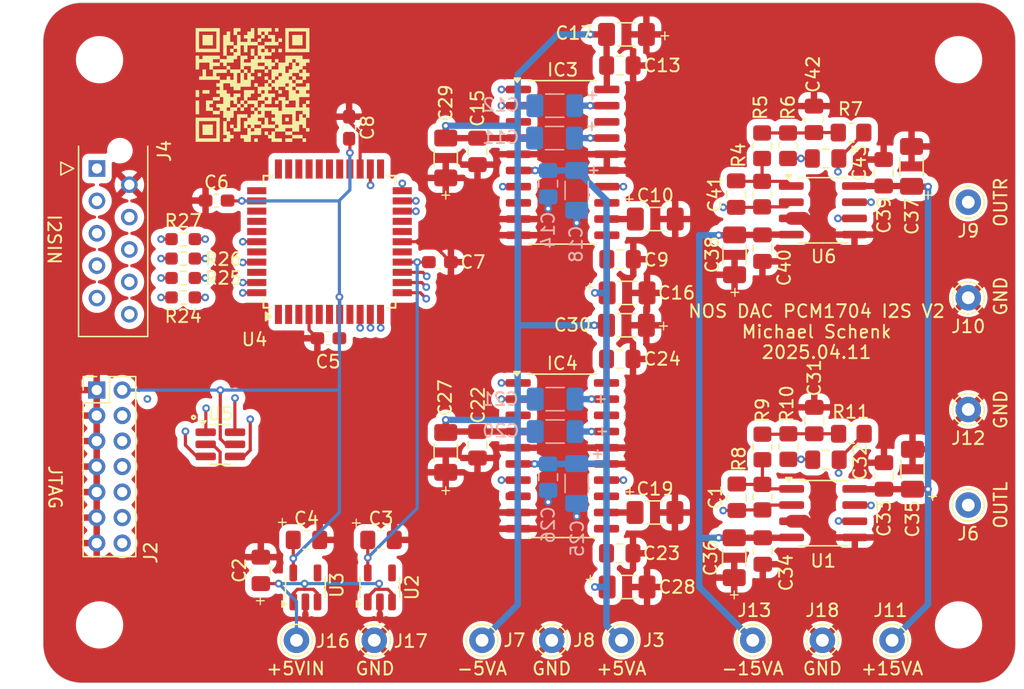
<source format=kicad_pcb>
(kicad_pcb (version 20241229) (generator "pcbnew") (generator_version "9.0")
  (layers (0 "F.Cu" mixed) (4 "In1.Cu" signal) (6 "In2.Cu" signal) (2 "B.Cu" mixed) (13 "F.Paste" user) (15 "B.Paste" user) (5 "F.SilkS" user "F.Silkscreen") (7 "B.SilkS" user "B.Silkscreen") (1 "F.Mask" user) (3 "B.Mask" user) (25 "Edge.Cuts" user))
  (net 0 "")
  (net 1 "GND")
  (net 2 "+3V3")
  (net 3 "+1V8")
  (net 4 "Net-(IC4-IOUT)")
  (net 5 "JTAG_TCK")
  (net 6 "JTAG_TDO")
  (net 7 "JTAG_TDI")
  (net 8 "JTAG_TMS")
  (net 9 "MCLK")
  (net 10 "BCK")
  (net 11 "LRCK")
  (net 12 "DATAIN")
  (net 13 "DATAOUTR")
  (net 14 "DATAOUTL")
  (net 15 "+5VA")
  (net 16 "Net-(J16-Pin_1)")
  (net 17 "-5VA")
  (net 18 "-15V")
  (net 19 "+15V")
  (net 20 "Net-(IC4-BPO_DC)")
  (net 21 "Net-(IC4-SERV_DC)")
  (net 22 "LEOUTR")
  (net 23 "CLKOUTR")
  (net 24 "LEOUTL")
  (net 25 "CLKOUTL")
  (net 26 "Net-(C1-Pad2)")
  (net 27 "Net-(IC4-REF_DC)")
  (net 28 "Net-(C31-Pad1)")
  (net 29 "Net-(U1B--)")
  (net 30 "Net-(J6-Pin_1)")
  (net 31 "Net-(C41-Pad2)")
  (net 32 "Net-(C42-Pad1)")
  (net 33 "Net-(J9-Pin_1)")
  (net 34 "Net-(U6B--)")
  (net 36 "Net-(J4-Pin_6)")
  (net 41 "Net-(IC3-BPO_DC)")
  (net 42 "Net-(IC3-SERV_DC)")
  (net 43 "Net-(J4-Pin_4)")
  (net 44 "Net-(J4-Pin_8)")
  (net 47 "Net-(J4-Pin_10)")
  (net 49 "Net-(IC3-REF_DC)")
  (net 50 "Net-(IC3-IOUT)")
  (net 82 "unconnected-(IC4-NC-Pad8)")
  (footprint "MountingHole:MountingHole_3.2mm_M3" (layer "F.Cu") (at 113.03 66.04)
    (property "Reference" "H1" (hide yes))
    (property "Value" "MountingHole")
  )
  (footprint "MountingHole:MountingHole_3.2mm_M3" (layer "F.Cu") (at 113.03 110.363)
    (property "Reference" "H4" (hide yes))
    (property "Value" "MountingHole")
  )
  (footprint "Resistor_SMD:R_0603_1608Metric_Pad0.98x0.95mm_HandSolder" (layer "F.Cu") (at 119.5851 84.6836)
    (property "Reference" "R24")
    (property "Value" "33R")
  )
  (footprint "Resistor_SMD:R_0603_1608Metric_Pad0.98x0.95mm_HandSolder" (layer "F.Cu") (at 119.5851 83.1596)
    (property "Reference" "R25")
    (property "Value" "33R")
  )
  (footprint "Resistor_SMD:R_0603_1608Metric_Pad0.98x0.95mm_HandSolder" (layer "F.Cu") (at 119.5851 81.6356)
    (property "Reference" "R26")
    (property "Value" "33R")
  )
  (footprint "Resistor_SMD:R_0603_1608Metric_Pad0.98x0.95mm_HandSolder" (layer "F.Cu") (at 119.5851 80.1116)
    (property "Reference" "R27")
    (property "Value" "33R")
  )
  (footprint "MountingHole:MountingHole_3.2mm_M3" (layer "F.Cu") (at 180.34 110.363)
    (property "Reference" "H3" (hide yes))
    (property "Value" "MountingHole")
  )
  (footprint "MountingHole:MountingHole_3.2mm_M3" (layer "F.Cu") (at 180.34 66.04)
    (property "Reference" "H2" (hide yes))
    (property "Value" "MountingHole")
  )
  (footprint "Capacitor_SMD:C_0603_1608Metric_Pad1.08x0.95mm_HandSolder" (layer "F.Cu") (at 130.9635 87.884)
    (property "Reference" "C5")
    (property "Value" "100nF")
  )
  (footprint "Package_QFP:TQFP-44_10x10mm_P0.8mm" (layer "F.Cu") (at 131.049 80.315 90)
    (property "Reference" "U4")
    (property "Value" "XC2C64A-xVQ44")
  )
  (footprint "Capacitor_SMD:C_0603_1608Metric_Pad1.08x0.95mm_HandSolder" (layer "F.Cu") (at 122.2005 77.089)
    (property "Reference" "C6")
    (property "Value" "100nF")
  )
  (footprint "Capacitor_SMD:C_0603_1608Metric_Pad1.08x0.95mm_HandSolder" (layer "F.Cu") (at 139.7 81.915 180)
    (property "Reference" "C7")
    (property "Value" "100nF")
  )
  (footprint "Capacitor_SMD:C_0603_1608Metric_Pad1.08x0.95mm_HandSolder" (layer "F.Cu") (at 132.588 71.374 -90)
    (property "Reference" "C8")
    (property "Value" "100nF")
  )
  (footprint "Connector_PinHeader_2.00mm:PinHeader_2x07_P2.00mm_Vertical" (layer "F.Cu") (at 112.808 91.948)
    (property "Reference" "J2")
    (property "Value" "Conn_02x07_Odd_Even")
  )
  (footprint "Package_TO_SOT_SMD:SC-74-6_1.55x2.9mm_P0.95mm" (layer "F.Cu") (at 122.497 96.2025)
    (property "Reference" "U5")
    (property "Value" "CM1293A−04SO")
  )
  (footprint "Connector_Pin:Pin_D1.0mm_L10.0mm" (layer "F.Cu") (at 181.102 84.709)
    (property "Reference" "J10")
    (property "Value" "GND")
  )
  (footprint "Connector_Pin:Pin_D1.0mm_L10.0mm" (layer "F.Cu") (at 175.133 111.5695)
    (property "Reference" "J11")
    (property "Value" "+15VAIN")
  )
  (footprint "Connector_Pin:Pin_D1.0mm_L10.0mm" (layer "F.Cu") (at 164.211 111.5695)
    (property "Reference" "J13")
    (property "Value" "-15VAIN")
  )
  (footprint "Connector_Pin:Pin_D1.0mm_L10.0mm" (layer "F.Cu") (at 169.672 111.5695)
    (property "Reference" "J18")
    (property "Value" "GND")
  )
  (footprint "Capacitor_SMD:C_1206_3216Metric_Pad1.33x1.80mm_HandSolder" (layer "F.Cu") (at 156.5533 101.5492)
    (property "Reference" "C19")
    (property "Value" "100uF")
  )
  (footprint "Connector_Pin:Pin_D1.0mm_L10.0mm" (layer "F.Cu") (at 181.102 100.965)
    (property "Reference" "J6")
    (property "Value" "OUT")
  )
  (footprint "Connector_Pin:Pin_D1.0mm_L10.0mm" (layer "F.Cu") (at 181.102 93.472)
    (property "Reference" "J12")
    (property "Value" "GND")
  )
  (footprint "Capacitor_SMD:C_0805_2012Metric_Pad1.18x1.45mm_HandSolder" (layer "F.Cu") (at 162.9664 100.3515 90)
    (property "Reference" "C1")
    (property "Value" "47pF")
  )
  (footprint "Capacitor_SMD:C_0805_2012Metric_Pad1.18x1.45mm_HandSolder" (layer "F.Cu") (at 169.037 94.3395 90)
    (property "Reference" "C31")
    (property "Value" "1nF")
  )
  (footprint "Capacitor_SMD:C_0805_2012Metric_Pad1.18x1.45mm_HandSolder" (layer "F.Cu") (at 169.9475 97.409)
    (property "Reference" "C32")
    (property "Value" "270pF")
  )
  (footprint "Capacitor_SMD:C_1206_3216Metric_Pad1.33x1.80mm_HandSolder" (layer "F.Cu") (at 176.7332 98.1579 90)
    (property "Reference" "C35")
    (property "Value" "10uF/25V")
  )
  (footprint "Capacitor_SMD:C_1206_3216Metric_Pad1.33x1.80mm_HandSolder" (layer "F.Cu") (at 162.7632 105.0929 90)
    (property "Reference" "C36")
    (property "Value" "10uF/25V")
  )
  (footprint "Resistor_SMD:R_0805_2012Metric_Pad1.20x1.40mm_HandSolder" (layer "F.Cu") (at 164.973 100.346 -90)
    (property "Reference" "R8")
    (property "Value" "2.5k")
  )
  (footprint "Resistor_SMD:R_0805_2012Metric_Pad1.20x1.40mm_HandSolder" (layer "F.Cu") (at 164.973 96.409 -90)
    (property "Reference" "R9")
    (property "Value" "4.7k")
  )
  (footprint "Resistor_SMD:R_0805_2012Metric_Pad1.20x1.40mm_HandSolder" (layer "F.Cu") (at 167.005 96.377 -90)
    (property "Reference" "R10")
    (property "Value" "4.7k")
  )
  (footprint "Resistor_SMD:R_0805_2012Metric_Pad1.20x1.40mm_HandSolder" (layer "F.Cu") (at 171.942 95.377 180)
    (property "Reference" "R11")
    (property "Value" "2k")
  )
  (footprint "Capacitor_SMD:C_0805_2012Metric_Pad1.18x1.45mm_HandSolder" (layer "F.Cu") (at 174.498 98.6829 90)
    (property "Reference" "C33")
    (property "Value" "100nF")
  )
  (footprint "Capacitor_SMD:C_0805_2012Metric_Pad1.18x1.45mm_HandSolder" (layer "F.Cu") (at 164.9984 104.5679 90)
    (property "Reference" "C34")
    (property "Value" "100nF")
  )
  (footprint "Package_SO:SOIC-8_3.9x4.9mm_P1.27mm" (layer "F.Cu") (at 169.737 101.6)
    (property "Reference" "U1")
    (property "Value" "OPA1612")
  )
  (footprint "Capacitor_SMD:C_1206_3216Metric_Pad1.33x1.80mm_HandSolder" (layer "F.Cu") (at 140.1572 96.8371 90)
    (property "Reference" "C27")
    (property "Value" "10uF/10V")
  )
  (footprint "Capacitor_SMD:C_1206_3216Metric_Pad1.33x1.80mm_HandSolder" (layer "F.Cu") (at 154.3689 107.3912)
    (property "Reference" "C28")
    (property "Value" "10uF/10V")
  )
  (footprint "Capacitor_SMD:C_1206_3216Metric_Pad1.33x1.80mm_HandSolder" (layer "F.Cu") (at 154.3181 86.868 180)
    (property "Reference" "C30")
    (property "Value" "10uF/10V")
  )
  (footprint "Capacitor_SMD:C_1206_3216Metric_Pad1.33x1.80mm_HandSolder" (layer "F.Cu") (at 154.3689 84.328)
    (property "Reference" "C16")
    (property "Value" "10uF/10V")
  )
  (footprint "Capacitor_SMD:C_1206_3216Metric_Pad1.33x1.80mm_HandSolder" (layer "F.Cu") (at 154.3181 64.0588 180)
    (property "Reference" "C17")
    (property "Value" "10uF/10V")
  )
  (footprint "Capacitor_SMD:C_1206_3216Metric_Pad1.33x1.80mm_HandSolder" (layer "F.Cu") (at 140.1572 73.7493 90)
    (property "Reference" "C29")
    (property "Value" "10uF/10V")
  )
  (footprint "Capacitor_SMD:C_1206_3216Metric_Pad1.33x1.80mm_HandSolder" (layer "F.Cu") (at 176.657 74.4081 90)
    (property "Reference" "C37")
    (property "Value" "10uF/25V")
  )
  (footprint "Resistor_SMD:R_0805_2012Metric_Pad1.20x1.40mm_HandSolder" (layer "F.Cu") (at 171.9166 71.755 180)
    (property "Reference" "R7")
    (property "Value" "2k")
  )
  (footprint "Resistor_SMD:R_0805_2012Metric_Pad1.20x1.40mm_HandSolder" (layer "F.Cu") (at 164.9476 76.581 -90)
    (property "Reference" "R4")
    (property "Value" "2.5k")
  )
  (footprint "Capacitor_SMD:C_0805_2012Metric_Pad1.18x1.45mm_HandSolder" (layer "F.Cu") (at 153.8177 81.6864)
    (property "Reference" "C9")
    (property "Value" "100nF")
  )
  (footprint "Capacitor_SMD:C_0805_2012Metric_Pad1.18x1.45mm_HandSolder" (layer "F.Cu") (at 153.7931 89.5096)
    (property "Reference" "C24")
    (property "Value" "100nF")
  )
  (footprint "Package_SO:SOIC-8_3.9x4.9mm_P1.27mm" (layer "F.Cu") (at 169.7101 77.851)
    (property "Reference" "U6")
    (property "Value" "OPA1612")
  )
  (footprint "Capacitor_SMD:C_0805_2012Metric_Pad1.18x1.45mm_HandSolder" (layer "F.Cu") (at 153.7931 104.7496)
    (property "Reference" "C23")
    (property "Value" "100nF")
  )
  (footprint "Capacitor_SMD:C_0805_2012Metric_Pad1.18x1.45mm_HandSolder" (layer "F.Cu") (at 142.6464 96.2367 -90)
    (property "Reference" "C22")
    (property "Value" "100nF")
  )
  (footprint "Capacitor_SMD:C_0805_2012Metric_Pad1.18x1.45mm_HandSolder" (layer "F.Cu") (at 142.6464 73.2321 -90)
    (property "Reference" "C15")
    (property "Value" "100nF")
  )
  (footprint "Capacitor_SMD:C_0805_2012Metric_Pad1.18x1.45mm_HandSolder" (layer "F.Cu") (at 169.9221 73.787)
    (property "Reference" "C43")
    (property "Value" "270pF")
  )
  (footprint "Resistor_SMD:R_0805_2012Metric_Pad1.20x1.40mm_HandSolder" (layer "F.Cu") (at 164.9476 72.787 -90)
    (property "Reference" "R5")
    (property "Value" "4.7k")
  )
  (footprint "Capacitor_SMD:C_0805_2012Metric_Pad1.18x1.45mm_HandSolder" (layer "F.Cu") (at 169.0116 70.7175 90)
    (property "Reference" "C42")
    (property "Value" "1nF")
  )
  (footprint "Resistor_SMD:R_0805_2012Metric_Pad1.20x1.40mm_HandSolder" (layer "F.Cu") (at 166.9796 72.787 -90)
    (property "Reference" "R6")
    (property "Value" "4.7k")
  )
  (footprint "Capacitor_SMD:C_0805_2012Metric_Pad1.18x1.45mm_HandSolder" (layer "F.Cu") (at 162.9156 76.581 90)
    (property "Reference" "C41")
    (property "Value" "47pF")
  )
  (footprint "Capacitor_SMD:C_0805_2012Metric_Pad1.18x1.45mm_HandSolder" (layer "F.Cu") (at 164.973 80.8181 90)
    (property "Reference" "C40")
    (property "Value" "100nF")
  )
  (footprint "Capacitor_SMD:C_0805_2012Metric_Pad1.18x1.45mm_HandSolder" (layer "F.Cu") (at 153.8009 66.4972)
    (property "Reference" "C13")
    (property "Value" "100nF")
  )
  (footprint "Capacitor_SMD:C_0805_2012Metric_Pad1.18x1.45mm_HandSolder" (layer "F.Cu") (at 174.4726 74.9085 90)
    (property "Reference" "C39")
    (property "Value" "100nF")
  )
  (footprint "Capacitor_SMD:C_1206_3216Metric_Pad1.33x1.80mm_HandSolder" (layer "F.Cu") (at 162.7886 81.3431 90)
    (property "Reference" "C38")
    (property "Value" "10uF/25V")
  )
  (footprint "Capacitor_SMD:C_1206_3216Metric_Pad1.33x1.80mm_HandSolder" (layer "F.Cu") (at 156.5779 78.5368)
    (property "Reference" "C10")
    (property "Value" "100uF")
  )
  (footprint "Connector_Pin:Pin_D1.0mm_L10.0mm" (layer "F.Cu") (at 153.924 111.5695)
    (property "Reference" "J3")
    (property "Value" "+5VAIN")
  )
  (footprint "Connector_Pin:Pin_D1.0mm_L10.0mm" (layer "F.Cu") (at 143.002 111.5695)
    (property "Reference" "J7")
    (property "Value" "-5VAIN")
  )
  (footprint "Connector_Pin:Pin_D1.0mm_L10.0mm" (layer "F.Cu") (at 148.463 111.5695)
    (property "Reference" "J8")
    (property "Value" "GND")
  )
  (footprint "Connector_Pin:Pin_D1.0mm_L10.0mm" (layer "F.Cu") (at 181.102 77.216)
    (property "Reference" "J9")
    (property "Value" "OUT")
  )
  (footprint "Connector_Pin:Pin_D1.0mm_L10.0mm" (layer "F.Cu") (at 128.4605 111.5695)
    (property "Reference" "J16")
    (property "Value" "+5VIN")
  )
  (footprint "Connector_Pin:Pin_D1.0mm_L10.0mm" (layer "F.Cu") (at 134.5565 111.5695)
    (property "Reference" "J17")
    (property "Value" "GND")
  )
  (footprint "Package_TO_SOT_SMD:SOT-23-5" (layer "F.Cu") (at 134.9985 107.4215 90)
    (property "Reference" "U2")
    (property "Value" "TC1185-1.8VCT713")
  )
  (footprint "Package_TO_SOT_SMD:SOT-23-5" (layer "F.Cu") (at 129.1615 107.4215 90)
    (property "Reference" "U3")
    (property "Value" "TC1185-3.3VCT713")
  )
  (footprint "Capacitor_SMD:C_0805_2012Metric_Pad1.18x1.45mm_HandSolder" (layer "F.Cu") (at 125.6665 106.087 90)
    (property "Reference" "C2")
    (property "Value" "10uF/6.3V")
  )
  (footprint "Capacitor_SMD:C_0805_2012Metric_Pad1.18x1.45mm_HandSolder" (layer "F.Cu") (at 135.086 103.6955)
    (property "Reference" "C3")
    (property "Value" "10uF/6.3V")
  )
  (footprint "Capacitor_SMD:C_0805_2012Metric_Pad1.18x1.45mm_HandSolder" (layer "F.Cu") (at 129.244 103.6955)
    (property "Reference" "C4")
    (property "Value" "10uF/6.3V")
  )
  (footprint "Connector_TE-Connectivity:TE_Micro-MaTch_1-215079-0_2x05_P1.27mm_Vertical" (layer "F.Cu") (at 112.8268 74.5744)
    (property "Reference" "J4")
    (property "Value" "TE MicroMatch")
  )
  (footprint "Package_SO:SO-20_5.3x12.6mm_P1.27mm" (layer "F.Cu") (at 149.2931 97.1042)
    (property "Reference" "IC4")
    (property "Value" "PCM1704U")
  )
  (footprint "LOGO" (layer "F.Cu") (at 125.0188 68.0212)
    (property "Reference" "G***" (hide yes))
    (property "Value" "LOGO" (hide yes))
  )
  (footprint "Package_SO:SO-20_5.3x12.6mm_P1.27mm" (layer "F.Cu") (at 149.3177 74.0918)
    (property "Reference" "IC3")
    (property "Value" "PCM1704U")
  )
  (footprint "Capacitor_SMD:C_1206_3216Metric_Pad1.33x1.80mm_HandSolder" (layer "B.Cu") (at 148.7301 95.1992 180)
    (property "Reference" "C20")
    (property "Value" "47uF")
  )
  (footprint "Capacitor_SMD:C_1206_3216Metric_Pad1.33x1.80mm_HandSolder" (layer "B.Cu") (at 148.7301 92.6592 180)
    (property "Reference" "C21")
    (property "Value" "47uF")
  )
  (footprint "Capacitor_SMD:C_1206_3216Metric_Pad1.33x1.80mm_HandSolder" (layer "B.Cu") (at 150.4188 99.2755 -90)
    (property "Reference" "C25")
    (property "Value" "10uF/10V")
  )
  (footprint "Capacitor_SMD:C_1206_3216Metric_Pad1.33x1.80mm_HandSolder" (layer "B.Cu") (at 150.4188 76.2893 -90)
    (property "Reference" "C18")
    (property "Value" "10uF/10V")
  )
  (footprint "Capacitor_SMD:C_0805_2012Metric_Pad1.18x1.45mm_HandSolder" (layer "B.Cu") (at 148.1836 98.7767 -90)
    (property "Reference" "C26")
    (property "Value" "100nF")
  )
  (footprint "Capacitor_SMD:C_0805_2012Metric_Pad1.18x1.45mm_HandSolder" (layer "B.Cu") (at 148.1836 75.7643 -90)
    (property "Reference" "C14")
    (property "Value" "100nF")
  )
  (footprint "Capacitor_SMD:C_1206_3216Metric_Pad1.33x1.80mm_HandSolder" (layer "B.Cu") (at 148.6793 72.1868 180)
    (property "Reference" "C11")
    (property "Value" "47uF")
  )
  (footprint "Capacitor_SMD:C_1206_3216Metric_Pad1.33x1.80mm_HandSolder" (layer "B.Cu") (at 148.7039 69.6468 180)
    (property "Reference" "C12")
    (property "Value" "47uF")
  )
  (gr_line (start 111.6104 61.5696) (end 181.8104 61.5696) (stroke (width 0.05)) (layer "Edge.Cuts"))
  (gr_arc (start 181.8104 61.5696) (mid 183.93172 62.44828) (end 184.8104 64.5696) (stroke (width 0.05)) (layer "Edge.Cuts"))
  (gr_line (start 108.6104 111.9096) (end 108.6104 64.5696) (stroke (width 0.05)) (layer "Edge.Cuts"))
  (gr_arc (start 111.6104 114.9096) (mid 109.48908 114.03092) (end 108.6104 111.9096) (stroke (width 0.05)) (layer "Edge.Cuts"))
  (gr_line (start 181.8104 114.9096) (end 111.6104 114.9096) (stroke (width 0.05)) (layer "Edge.Cuts"))
  (gr_arc (start 184.8104 111.9096) (mid 183.93172 114.03092) (end 181.8104 114.9096) (stroke (width 0.05)) (layer "Edge.Cuts"))
  (gr_arc (start 108.6104 64.5696) (mid 109.48908 62.44828) (end 111.6104 61.5696) (stroke (width 0.05)) (layer "Edge.Cuts"))
  (gr_line (start 184.8104 64.5696) (end 184.8104 111.9096) (stroke (width 0.05)) (layer "Edge.Cuts"))
  (gr_text "I2SIN" (at 109.474 80.137 270) (layer "F.SilkS") (effects (font (size 1 1))))
  (gr_text "GND" (at 148.463 113.792 0) (layer "F.SilkS") (effects (font (size 1 1))))
  (gr_text "+5VA" (at 153.924 113.792 0) (layer "F.SilkS") (effects (font (size 1 1))))
  (gr_text "GND" (at 169.672 113.792 0) (layer "F.SilkS") (effects (font (size 1 1))))
  (gr_text "-15VA" (at 164.211 113.792 0) (layer "F.SilkS") (effects (font (size 1 1))))
  (gr_text "+15VA" (at 175.133 113.792 0) (layer "F.SilkS") (effects (font (size 1 1))))
  (gr_text "JTAG" (at 109.5375 99.568 270) (layer "F.SilkS") (effects (font (size 1 1))))
  (gr_text "-5VA" (at 143.002 113.792 0) (layer "F.SilkS") (effects (font (size 1 1))))
  (gr_text "NOS DAC PCM1704 I2S V2\nMichael Schenk\n2025.04.11" (at 169.2148 87.376 0) (layer "F.SilkS") (effects (font (size 1 1))))
  (gr_text "GND" (at 183.642 84.582 90) (layer "F.SilkS") (effects (font (size 1 1))))
  (gr_text "OUTR" (at 183.642 77.216 90) (layer "F.SilkS") (effects (font (size 1 1))))
  (gr_text "GND" (at 183.642 93.472 90) (layer "F.SilkS") (effects (font (size 1 1))))
  (gr_text "OUTL" (at 183.642 100.965 90) (layer "F.SilkS") (effects (font (size 1 1))))
  (gr_text "GND" (at 134.62 113.792 0) (layer "F.SilkS") (effects (font (size 1 1))))
  (gr_text "+" (at 157.3276 64.1096 0) (layer "F.SilkS") (effects (font (size 0.8 0.8) (thickness 0.1))))
  (gr_text "+" (at 125.6284 108.4072 0) (layer "F.SilkS") (effects (font (size 0.8 0.8) (thickness 0.1))))
  (gr_text "+" (at 154.5336 76.9112 0) (layer "F.SilkS") (effects (font (size 0.8 0.8) (thickness 0.1))))
  (gr_text "+" (at 140.1572 76.6064 0) (layer "F.SilkS") (effects (font (size 0.8 0.8) (thickness 0.1))))
  (gr_text "°" (at 120.396 94.488 0) (layer "F.SilkS") (effects (font (size 1 1))))
  (gr_text "+" (at 151.4856 106.7308 0) (layer "F.SilkS") (effects (font (size 0.8 0.8) (thickness 0.1))))
  (gr_text "+" (at 133.1468 102.3112 0) (layer "F.SilkS") (effects (font (size 0.8 0.8) (thickness 0.1))))
  (gr_text "+" (at 127.3556 102.2604 0) (layer "F.SilkS") (effects (font (size 0.8 0.8) (thickness 0.1))))
  (gr_text "+5VIN" (at 128.397 113.792 0) (layer "F.SilkS") (effects (font (size 1 1))))
  (gr_text "+" (at 140.1572 99.7712 0) (layer "F.SilkS") (effects (font (size 0.8 0.8) (thickness 0.1))))
  (gr_text "+" (at 162.814 84.2264 0) (layer "F.SilkS") (effects (font (size 0.8 0.8) (thickness 0.1))))
  (gr_text "+" (at 157.226 86.868 0) (layer "F.SilkS") (effects (font (size 0.8 0.8) (thickness 0.1))))
  (gr_text "+" (at 177.9524 76.6064 0) (layer "F.SilkS") (effects (font (size 0.8 0.8) (thickness 0.1))))
  (gr_text "+" (at 154.5844 99.8728 0) (layer "F.SilkS") (effects (font (size 0.8 0.8) (thickness 0.1))))
  (gr_text "+" (at 151.4348 83.82 0) (layer "F.SilkS") (effects (font (size 0.8 0.8) (thickness 0.1))))
  (gr_text "+" (at 178.308 100.2284 0) (layer "F.SilkS") (effects (font (size 0.8 0.8) (thickness 0.1))))
  (gr_text "+" (at 162.7632 107.95 0) (layer "F.SilkS") (effects (font (size 0.8 0.8) (thickness 0.1))))
  (gr_text "+" (at 152.654 97.3836 0) (layer "B.SilkS") (effects (font (size 0.8 0.8)) (justify left bottom mirror)))
  (gr_text "+" (at 152.3492 75.1332 0) (layer "B.SilkS") (effects (font (size 0.8 0.8)) (justify left bottom mirror)))
  (gr_text "+" (at 153.0096 95.6056 0) (layer "B.SilkS") (effects (font (size 0.8 0.8)) (justify left bottom mirror)))
  (gr_text "+" (at 152.2476 69.2404 0) (layer "B.SilkS") (effects (font (size 0.8 0.8)) (justify left bottom mirror)))
  (gr_text "+" (at 152.1968 71.6788 0) (layer "B.SilkS") (effects (font (size 0.8 0.8)) (justify left bottom mirror)))
  (gr_text "+" (at 152.908 93.0656 0) (layer "B.SilkS") (effects (font (size 0.8 0.8)) (justify left bottom mirror)))
  (segment (start 134.9985 108.5215) (end 134.9985 110.1065) (width 0.25) (layer "F.Cu") (net 1))
  (segment (start 129.1615 108.5215) (end 129.1615 109.7255) (width 0.25) (layer "F.Cu") (net 1))
  (segment (start 145.8552 78.5368) (end 148.1328 78.5368) (width 0.5) (layer "F.Cu") (net 1))
  (segment (start 122.4788 96.806978) (end 122.4788 98.9584) (width 0.25) (layer "F.Cu") (net 1))
  (segment (start 129.449 87.232) (end 129.449 86.015) (width 0.25) (layer "F.Cu") (net 1))
  (segment (start 152.7556 97.7392) (end 150.5204 97.7392) (width 0.5) (layer "F.Cu") (net 1))
  (segment (start 121.874322 96.2025) (end 122.4788 96.806978) (width 0.25) (layer "F.Cu") (net 1))
  (segment (start 145.8306 101.5492) (end 147.9804 101.5492) (width 0.5) (layer "F.Cu") (net 1))
  (segment (start 167.2351 78.486) (end 168.210099 78.486) (width 1) (layer "F.Cu") (net 1))
  (segment (start 145.8552 78.5368) (end 143.3068 78.5368) (width 0.5) (layer "F.Cu") (net 1))
  (segment (start 154.8892 73.4568) (end 154.94 73.406) (width 0.5) (layer "F.Cu") (net 1))
  (segment (start 133.449 74.615) (end 133.449 71.76449) (width 0.25) (layer "F.Cu") (net 1))
  (segment (start 167.262 102.235) (end 168.236999 102.235) (width 1) (layer "F.Cu") (net 1))
  (segment (start 145.8552 79.8068) (end 148.082 79.8068) (width 0.5) (layer "F.Cu") (net 1))
  (segment (start 154.7368 97.7392) (end 154.7876 97.79) (width 0.5) (layer "F.Cu") (net 1))
  (segment (start 132.588 70.90349) (end 132.588 70.5115) (width 0.25) (layer "F.Cu") (net 1))
  (segment (start 150.5204 97.7392) (end 150.4696 97.6884) (width 0.5) (layer "F.Cu") (net 1))
  (segment (start 168.210099 78.486) (end 169.7736 80.049501) (width 1) (layer "F.Cu") (net 1))
  (segment (start 168.236999 102.235) (end 169.7228 103.720801) (width 1) (layer "F.Cu") (net 1))
  (segment (start 138.9625 80.315) (end 140.5625 81.915) (width 0.25) (layer "F.Cu") (net 1))
  (segment (start 121.347 96.2025) (end 121.874322 96.2025) (width 0.25) (layer "F.Cu") (net 1))
  (segment (start 145.8306 101.5492) (end 143.4592 101.5492) (width 0.5) (layer "F.Cu") (net 1))
  (segment (start 152.7556 96.4692) (end 150.6728 96.4692) (width 0.5) (layer "F.Cu") (net 1))
  (segment (start 136.749 80.315) (end 138.9625 80.315) (width 0.25) (layer "F.Cu") (net 1))
  (segment (start 169.7736 80.049501) (end 169.7736 81.1784) (width 1) (layer "F.Cu") (net 1))
  (segment (start 152.7802 74.7268) (end 150.7236 74.7268) (width 0.5) (layer "F.Cu") (net 1))
  (segment (start 130.101 87.884) (end 129.449 87.232) (width 0.25) (layer "F.Cu") (net 1))
  (segment (start 152.7556 97.7392) (end 154.7368 97.7392) (width 0.5) (layer "F.Cu") (net 1))
  (segment (start 147.6756 102.8192) (end 147.7264 102.87) (width 0.5) (layer "F.Cu") (net 1))
  (segment (start 152.7802 73.4568) (end 154.8892 73.4568) (width 0.5) (layer "F.Cu") (net 1))
  (segment (start 152.7802 73.4568) (end 150.7236 73.4568) (width 0.5) (layer "F.Cu") (net 1))
  (segment (start 145.8306 102.8192) (end 147.6756 102.8192) (width 0.5) (layer "F.Cu") (net 1))
  (segment (start 145.8552 79.8068) (end 143.3068 79.8068) (width 0.5) (layer "F.Cu") (net 1))
  (segment (start 152.7802 74.7268) (end 154.686 74.7268) (width 0.5) (layer "F.Cu") (net 1))
  (segment (start 152.7556 96.4692) (end 154.8892 96.4692) (width 0.5) (layer "F.Cu") (net 1))
  (segment (start 169.7228 103.720801) (end 169.7228 105.918) (width 1) (layer "F.Cu") (net 1))
  (segment (start 133.449 71.76449) (end 132.588 70.90349) (width 0.25) (layer "F.Cu") (net 1))
  (segment (start 154.686 74.7268) (end 154.7368 74.7776) (width 0.5) (layer "F.Cu") (net 1))
  (segment (start 145.8306 102.8192) (end 143.6116 102.8192) (width 0.5) (layer "F.Cu") (net 1))
  (via (at 148.1836 100.7364) (size 0.6) (drill 0.3) (layers "F.Cu" "B.Cu") (net 1))
  (via (at 148.1836 77.724) (size 0.6) (drill 0.3) (layers "F.Cu" "B.Cu") (net 1))
  (via (at 150.4188 101.854) (size 0.6) (drill 0.3) (layers "F.Cu" "B.Cu") (net 1))
  (via (at 150.4188 78.8416) (size 0.6) (drill 0.3) (layers "F.Cu" "B.Cu") (net 1))
  (segment (start 148.1836 99.8142) (end 148.1836 100.7364) (width 0.5) (layer "B.Cu") (net 1))
  (segment (start 150.4188 100.838) (end 150.4188 101.854) (width 0.5) (layer "B.Cu") (net 1))
  (segment (start 150.4188 77.8518) (end 150.4188 78.8416) (width 0.5) (layer "B.Cu") (net 1))
  (segment (start 148.1836 76.8018) (end 148.1836 77.724) (width 0.5) (layer "B.Cu") (net 1))
  (segment (start 124.18 77.115) (end 123.089 77.115) (width 0.25) (layer "F.Cu") (net 2))
  (segment (start 132.649 73.345) (end 132.649 72.2975) (width 0.25) (layer "F.Cu") (net 2))
  (segment (start 128.2115 105.151) (end 128.2115 103.7005) (width 0.25) (layer "F.Cu") (net 2))
  (segment (start 128.2115 103.7005) (end 128.2065 103.6955) (width 0.25) (layer "F.Cu") (net 2))
  (segment (start 128.2115 106.3215) (end 128.2115 105.151) (width 0.25) (layer "F.Cu") (net 2))
  (segment (start 131.826 87.884) (end 131.826 86.038) (width 0.25) (layer "F.Cu") (net 2))
  (segment (start 123.089 77.115) (end 123.063 77.089) (width 0.25) (layer "F.Cu") (net 2))
  (segment (start 131.826 86.038) (end 131.849 86.015) (width 0.25) (layer "F.Cu") (net 2))
  (segment (start 125.349 77.115) (end 124.18 77.115) (width 0.25) (layer "F.Cu") (net 2))
  (segment (start 131.849 84.6685) (end 131.826 84.6455) (width 0.25) (layer "F.Cu") (net 2))
  (segment (start 122.4915 95.772) (end 122.4915 91.948) (width 0.25) (layer "F.Cu") (net 2))
  (segment (start 132.649 74.615) (end 132.649 73.345) (width 0.25) (layer "F.Cu") (net 2))
  (segment (start 122.922 96.2025) (end 122.4915 95.772) (width 0.25) (layer "F.Cu") (net 2))
  (segment (start 123.6345 96.2025) (end 122.922 96.2025) (width 0.25) (layer "F.Cu") (net 2))
  (segment (start 131.849 86.015) (end 131.849 84.6685) (width 0.25) (layer "F.Cu") (net 2))
  (segment (start 132.649 72.2975) (end 132.588 72.2365) (width 0.25) (layer "F.Cu") (net 2))
  (via (at 128.2115 105.151) (size 0.6) (drill 0.3) (layers "F.Cu" "B.Cu") (net 2))
  (via (at 124.18 77.115) (size 0.6) (drill 0.3) (layers "F.Cu" "B.Cu") (net 2))
  (via (at 132.649 73.345) (size 0.6) (drill 0.3) (layers "F.Cu" "B.Cu") (net 2))
  (via (at 122.4915 91.948) (size 0.6) (drill 0.3) (layers "F.Cu" "B.Cu") (net 2))
  (via (at 131.826 84.6455) (size 0.6) (drill 0.3) (layers "F.Cu" "B.Cu") (net 2))
  (segment (start 124.18 77.115) (end 131.7885 77.115) (width 0.25) (layer "B.Cu") (net 2))
  (segment (start 132.649 76.2545) (end 132.649 73.345) (width 0.25) (layer "B.Cu") (net 2))
  (segment (start 131.826 84.6455) (end 131.826 77.1525) (width 0.25) (layer "B.Cu") (net 2))
  (segment (start 131.7885 77.115) (end 132.649 76.2545) (width 0.25) (layer "B.Cu") (net 2))
  (segment (start 122.4915 91.948) (end 131.826 91.948) (width 0.25) (layer "B.Cu") (net 2))
  (segment (start 131.826 91.948) (end 131.826 101.5365) (width 0.25) (layer "B.Cu") (net 2))
  (segment (start 131.826 84.6455) (end 131.826 91.948) (width 0.25) (layer "B.Cu") (net 2))
  (segment (start 131.826 77.1525) (end 131.7885 77.115) (width 0.25) (layer "B.Cu") (net 2))
  (segment (start 131.826 101.5365) (end 128.2115 105.151) (width 0.25) (layer "B.Cu") (net 2))
  (segment (start 114.808 91.948) (end 122.4915 91.948) (width 0.25) (layer "B.Cu") (net 2))
  (segment (start 137.922 81.915) (end 138.8375 81.915) (width 0.25) (layer "F.Cu") (net 3))
  (segment (start 134.0485 105.0925) (end 134.0485 103.6955) (width 0.25) (layer "F.Cu") (net 3))
  (segment (start 134.0485 106.3215) (end 134.0485 105.0925) (width 0.25) (layer "F.Cu") (net 3))
  (segment (start 136.749 81.915) (end 137.922 81.915) (width 0.25) (layer "F.Cu") (net 3))
  (via (at 134.0485 105.0925) (size 0.6) (drill 0.3) (layers "F.Cu" "B.Cu") (net 3))
  (via (at 137.922 81.915) (size 0.6) (drill 0.3) (layers "F.Cu" "B.Cu") (net 3))
  (segment (start 137.922 101.219) (end 134.0485 105.0925) (width 0.25) (layer "B.Cu") (net 3))
  (segment (start 137.922 81.915) (end 137.922 101.219) (width 0.25) (layer "B.Cu") (net 3))
  (segment (start 162.857 101.346) (end 162.814 101.389) (width 0.25) (layer "F.Cu") (net 4))
  (segment (start 167.262 100.965) (end 165.354 100.965) (width 0.25) (layer "F.Cu") (net 4))
  (segment (start 165.354 100.965) (end 164.973 101.346) (width 0.25) (layer "F.Cu") (net 4))
  (segment (start 164.973 101.346) (end 163.0094 101.346) (width 0.25) (layer "F.Cu") (net 4))
  (segment (start 162.9664 101.389) (end 161.9074 101.389) (width 0.25) (layer "F.Cu") (net 4))
  (segment (start 152.7556 99.0092) (end 154.0764 99.0092) (width 0.25) (layer "F.Cu") (net 4))
  (segment (start 163.0094 101.346) (end 162.9664 101.389) (width 0.25) (layer "F.Cu") (net 4))
  (segment (start 161.9074 101.389) (end 161.8996 101.3968) (width 0.25) (layer "F.Cu") (net 4))
  (via (at 161.8996 101.3968) (size 0.6) (drill 0.3) (layers "F.Cu" "B.Cu") (net 4))
  (via (at 154.0764 99.0092) (size 0.6) (drill 0.3) (layers "F.Cu" "B.Cu") (net 4))
  (segment (start 135.049 86.015) (end 135.049 87.055797) (width 0.25) (layer "F.Cu") (net 5))
  (segment (start 124.841 96.6585) (end 124.841 94.234) (width 0.25) (layer "F.Cu") (net 5))
  (segment (start 135.049 87.055797) (end 135.064403 87.0712) (width 0.25) (layer "F.Cu") (net 5))
  (segment (start 123.6345 97.1525) (end 124.347 97.1525) (width 0.25) (layer "F.Cu") (net 5))
  (segment (start 124.347 97.1525) (end 124.841 96.6585) (width 0.25) (layer "F.Cu") (net 5))
  (via (at 135.064403 87.0712) (size 0.6) (drill 0.3) (layers "F.Cu" "B.Cu") (net 5))
  (via (at 124.841 94.234) (size 0.6) (drill 0.3) (layers "F.Cu" "B.Cu") (net 5))
  (segment (start 134.249 75.8798) (end 134.2644 75.8952) (width 0.25) (layer "F.Cu") (net 6))
  (segment (start 121.3595 97.1525) (end 120.647 97.1525) (width 0.25) (layer "F.Cu") (net 6))
  (segment (start 119.761 96.2665) (end 119.761 95.1865) (width 0.25) (layer "F.Cu") (net 6))
  (segment (start 134.249 74.615) (end 134.249 75.8798) (width 0.25) (layer "F.Cu") (net 6))
  (segment (start 120.647 97.1525) (end 119.761 96.2665) (width 0.25) (layer "F.Cu") (net 6))
  (via (at 134.2644 75.8952) (size 0.6) (drill 0.3) (layers "F.Cu" "B.Cu") (net 6))
  (via (at 119.761 95.1865) (size 0.6) (drill 0.3) (layers "F.Cu" "B.Cu") (net 6))
  (segment (start 133.449 87.0686) (end 133.4516 87.0712) (width 0.25) (layer "F.Cu") (net 7))
  (segment (start 133.449 86.015) (end 133.449 87.0686) (width 0.25) (layer "F.Cu") (net 7))
  (segment (start 123.6345 92.583) (end 123.6445 92.573) (width 0.25) (layer "F.Cu") (net 7))
  (segment (start 123.6345 95.2525) (end 123.6345 92.583) (width 0.25) (layer "F.Cu") (net 7))
  (via (at 116.7765 92.6465) (size 0.6) (drill 0.3) (layers "F.Cu" "B.Cu") (net 7))
  (via (at 133.4516 87.0712) (size 0.6) (drill 0.3) (layers "F.Cu" "B.Cu") (net 7))
  (via (at 123.6445 92.573) (size 0.6) (drill 0.3) (layers "F.Cu" "B.Cu") (net 7))
  (segment (start 116.85 92.573) (end 116.7765 92.6465) (width 0.25) (layer "B.Cu") (net 7))
  (segment (start 134.249 87.0558) (end 134.2644 87.0712) (width 0.25) (layer "F.Cu") (net 8))
  (segment (start 121.3595 93.3975) (end 121.383997 93.373003) (width 0.25) (layer "F.Cu") (net 8))
  (segment (start 121.3595 95.2525) (end 121.3595 93.3975) (width 0.25) (layer "F.Cu") (net 8))
  (segment (start 134.249 86.015) (end 134.249 87.0558) (width 0.25) (layer "F.Cu") (net 8))
  (via (at 121.383997 93.373003) (size 0.6) (drill 0.3) (layers "F.Cu" "B.Cu") (net 8))
  (via (at 134.2644 87.0712) (size 0.6) (drill 0.3) (layers "F.Cu" "B.Cu") (net 8))
  (segment (start 121.419494 93.4085) (end 121.383997 93.373003) (width 0.25) (layer "B.Cu") (net 8))
  (segment (start 125.349 84.315) (end 124.2698 84.315) (width 0.25) (layer "F.Cu") (net 9))
  (segment (start 124.2698 84.315) (end 124.2568 84.328) (width 0.25) (layer "F.Cu") (net 9))
  (segment (start 120.4976 84.6836) (end 121.3104 84.6836) (width 0.25) (layer "F.Cu") (net 9))
  (via (at 121.3104 84.6836) (size 0.6) (drill 0.3) (layers "F.Cu" "B.Cu") (net 9))
  (via (at 124.2568 84.328) (size 0.6) (drill 0.3) (layers "F.Cu" "B.Cu") (net 9))
  (segment (start 120.4976 83.1596) (end 121.3104 83.1596) (width 0.25) (layer "F.Cu") (net 10))
  (segment (start 125.349 83.515) (end 124.257 83.515) (width 0.25) (layer "F.Cu") (net 10))
  (segment (start 124.257 83.515) (end 124.2568 83.5152) (width 0.25) (layer "F.Cu") (net 10))
  (via (at 121.3104 83.1596) (size 0.6) (drill 0.3) (layers "F.Cu" "B.Cu") (net 10))
  (via (at 124.2568 83.5152) (size 0.6) (drill 0.3) (layers "F.Cu" "B.Cu") (net 10))
  (segment (start 125.349 81.915) (end 124.2822 81.915) (width 0.25) (layer "F.Cu") (net 11))
  (segment (start 124.2822 81.915) (end 124.2568 81.9404) (width 0.25) (layer "F.Cu") (net 11))
  (segment (start 120.4976 81.6356) (end 121.3104 81.6356) (width 0.25) (layer "F.Cu") (net 11))
  (via (at 124.2568 81.9404) (size 0.6) (drill 0.3) (layers "F.Cu" "B.Cu") (net 11))
  (via (at 121.3104 81.6356) (size 0.6) (drill 0.3) (layers "F.Cu" "B.Cu") (net 11))
  (segment (start 124.257 80.315) (end 124.2568 80.3148) (width 0.25) (layer "F.Cu") (net 12))
  (segment (start 120.4976 80.1116) (end 121.3104 80.1116) (width 0.25) (layer "F.Cu") (net 12))
  (segment (start 125.349 80.315) (end 124.257 80.315) (width 0.25) (layer "F.Cu") (net 12))
  (via (at 121.3104 80.1116) (size 0.6) (drill 0.3) (layers "F.Cu" "B.Cu") (net 12))
  (via (at 124.2568 80.3148) (size 0.6) (drill 0.3) (layers "F.Cu" "B.Cu") (net 12))
  (segment (start 136.749 76.315) (end 136.749 75.7474) (width 0.25) (layer "F.Cu") (net 13))
  (segment (start 136.749 75.7474) (end 136.7536 75.7428) (width 0.25) (layer "F.Cu") (net 13))
  (segment (start 145.8552 68.3768) (end 144.526 68.3768) (width 0.25) (layer "F.Cu") (net 13))
  (via (at 144.526 68.3768) (size 0.6) (drill 0.3) (layers "F.Cu" "B.Cu") (net 13))
  (via (at 136.7536 75.7428) (size 0.6) (drill 0.3) (layers "F.Cu" "B.Cu") (net 13))
  (segment (start 136.749 82.715) (end 138.355937 82.715) (width 0.25) (layer "F.Cu") (net 14))
  (segment (start 145.8306 91.3892) (end 144.526 91.3892) (width 0.25) (layer "F.Cu") (net 14))
  (segment (start 138.355937 82.715) (end 138.668128 83.027191) (width 0.25) (layer "F.Cu") (net 14))
  (via (at 144.526 91.3892) (size 0.6) (drill 0.3) (layers "F.Cu" "B.Cu") (net 14))
  (via (at 138.668128 83.027191) (size 0.6) (drill 0.3) (layers "F.Cu" "B.Cu") (net 14))
  (segment (start 152.7802 79.8068) (end 152.7802 81.6864) (width 0.5) (layer "F.Cu") (net 15))
  (segment (start 145.8306 97.7392) (end 147.1168 97.7392) (width 0.5) (layer "F.Cu") (net 15))
  (segment (start 152.7802 81.6864) (end 152.7802 84.3018) (width 0.5) (layer "F.Cu") (net 15))
  (segment (start 152.8064 107.3912) (end 152.8064 104.8004) (width 0.5) (layer "F.Cu") (net 15))
  (segment (start 152.8064 107.3912) (end 151.8412 107.3912) (width 0.5) (layer "F.Cu") (net 15))
  (segment (start 152.7802 84.3018) (end 152.8064 84.328) (width 0.5) (layer "F.Cu") (net 15))
  (segment (start 152.8064 104.8004) (end 152.7556 104.7496) (width 0.5) (layer "F.Cu") (net 15))
  (segment (start 145.8552 74.7268) (end 147.1676 74.7268) (width 0.5) (layer "F.Cu") (net 15))
  (segment (start 152.7556 104.7496) (end 152.7556 102.8192) (width 0.5) (layer "F.Cu") (net 15))
  (segment (start 152.8064 84.328) (end 151.8412 84.328) (width 0.5) (layer "F.Cu") (net 15))
  (via (at 147.1676 74.7268) (size 0.6) (drill 0.3) (layers "F.Cu" "B.Cu") (net 15))
  (via (at 147.1168 97.7392) (size 0.6) (drill 0.3) (layers "F.Cu" "B.Cu") (net 15))
  (via (at 151.8412 107.3912) (size 0.6) (drill 0.3) (layers "F.Cu" "B.Cu") (net 15))
  (via (at 151.8412 84.328) (size 0.6) (drill 0.3) (layers "F.Cu" "B.Cu") (net 15))
  (segment (start 152.7556 107.3912) (end 152.7556 97.7392) (width 0.5) (layer "B.Cu") (net 15))
  (segment (start 151.8412 84.328) (end 152.7556 84.328) (width 0.5) (layer "B.Cu") (net 15))
  (segment (start 147.1676 74.7268) (end 148.1836 74.7268) (width 0.5) (layer "B.Cu") (net 15))
  (segment (start 151.8412 107.3912) (end 152.7556 107.3912) (width 0.5) (layer "B.Cu") (net 15))
  (segment (start 150.4188 74.7268) (end 148.1836 74.7268) (width 0.5) (layer "B.Cu") (net 15))
  (segment (start 153.924 111.5695) (end 152.7556 110.4011) (width 0.5) (layer "B.Cu") (net 15))
  (segment (start 152.7556 97.7392) (end 152.7556 84.328) (width 0.5) (layer "B.Cu") (net 15))
  (segment (start 152.7294 97.713) (end 152.7556 97.7392) (width 0.5) (layer "B.Cu") (net 15))
  (segment (start 152.7556 77.0636) (end 150.4188 74.7268) (width 0.5) (layer "B.Cu") (net 15))
  (segment (start 152.7556 110.4011) (end 152.7556 107.3912) (width 0.5) (layer "B.Cu") (net 15))
  (segment (start 150.4188 97.713) (end 152.7294 97.713) (width 0.5) (layer "B.Cu") (net 15))
  (segment (start 147.1168 97.7392) (end 148.1836 97.7392) (width 0.5) (layer "B.Cu") (net 15))
  (segment (start 150.3926 97.7392) (end 150.4188 97.713) (width 0.5) (layer "B.Cu") (net 15))
  (segment (start 152.7556 84.328) (end 152.7556 77.0636) (width 0.5) (layer "B.Cu") (net 15))
  (segment (start 148.1836 97.7392) (end 150.3926 97.7392) (width 0.5) (layer "B.Cu") (net 15))
  (segment (start 127.0635 107.1245) (end 125.6665 107.1245) (width 0.25) (layer "F.Cu") (net 16))
  (segment (start 134.971499 107.158499) (end 134.9375 107.1245) (width 0.25) (layer "F.Cu") (net 16))
  (segment (start 134.9248 107.5705) (end 134.647178 107.5705) (width 0.25) (layer "F.Cu") (net 16))
  (segment (start 129.0955 107.5578) (end 129.0828 107.5705) (width 0.25) (layer "F.Cu") (net 16))
  (segment (start 135.9485 107.896501) (end 135.622499 107.5705) (width 0.25) (layer "F.Cu") (net 16))
  (segment (start 134.647178 107.5705) (end 134.0485 108.169178) (width 0.25) (layer "F.Cu") (net 16))
  (segment (start 129.785499 107.5705) (end 130.1115 107.896501) (width 0.25) (layer "F.Cu") (net 16))
  (segment (start 134.0485 108.169178) (end 134.0485 108.559) (width 0.25) (layer "F.Cu") (net 16))
  (segment (start 128.2115 108.559) (end 128.2115 107.896501) (width 0.25) (layer "F.Cu") (net 16))
  (segment (start 130.1115 107.896501) (end 130.1115 108.559) (width 0.25) (layer "F.Cu") (net 16))
  (segment (start 134.9375 107.1245) (end 134.9248 107.1372) (width 0.25) (layer "F.Cu") (net 16))
  (segment (start 135.622499 107.5705) (end 134.9248 107.5705) (width 0.25) (layer "F.Cu") (net 16))
  (segment (start 134.9248 107.1372) (end 134.9248 107.5705) (width 0.25) (layer "F.Cu") (net 16))
  (segment (start 128.2115 107.896501) (end 128.537501 107.5705) (width 0.25) (layer "F.Cu") (net 16))
  (segment (start 129.0955 107.1245) (end 129.0955 107.5578) (width 0.25) (layer "F.Cu") (net 16))
  (segment (start 135.9485 108.559) (end 135.9485 107.896501) (width 0.25) (layer "F.Cu") (net 16))
  (segment (start 128.537501 107.5705) (end 129.0828 107.5705) (width 0.25) (layer "F.Cu") (net 16))
  (segment (start 129.0828 107.5705) (end 129.785499 107.5705) (width 0.25) (layer "F.Cu") (net 16))
  (via (at 127.0635 107.1245) (size 0.6) (drill 0.3) (layers "F.Cu" "B.Cu") (net 16))
  (via (at 129.0955 107.1245) (size 0.6) (drill 0.3) (layers "F.Cu" "B.Cu") (net 16))
  (via (at 134.9375 107.1245) (size 0.6) (drill 0.3) (layers "F.Cu" "B.Cu") (net 16))
  (segment (start 128.4605 111.5695) (end 128.4605 108.5215) (width 0.25) (layer "B.Cu") (net 16))
  (segment (start 128.4605 108.5215) (end 127.0635 107.1245) (width 0.25) (layer "B.Cu") (net 16))
  (segment (start 129.0955 107.1245) (end 127.0635 107.1245) (width 0.25) (layer "B.Cu") (net 16))
  (segment (start 134.9375 107.1245) (end 129.0955 107.1245) (width 0.25) (layer "B.Cu") (net 16))
  (segment (start 145.8306 95.1992) (end 142.6464 95.1992) (width 0.5) (layer "F.Cu") (net 17))
  (segment (start 142.6464 95.1992) (end 140.2326 95.1992) (width 0.5) (layer "F.Cu") (net 17))
  (segment (start 152.7556 89.5096) (end 152.7556 86.868) (width 0.5) (layer "F.Cu") (net 17))
  (segment (start 152.7634 66.4972) (end 152.7634 64.0666) (width 0.5) (layer "F.Cu") (net 17))
  (segment (start 152.7556 91.3892) (end 152.7556 89.5096) (width 0.5) (layer "F.Cu") (net 17))
  (segment (start 142.6542 72.1868) (end 142.6464 72.1946) (width 0.5) (layer "F.Cu") (net 17))
  (segment (start 142.6464 72.1946) (end 140.165 72.1946) (width 0.5) (layer "F.Cu") (net 17))
  (segment (start 140.1572 72.1868) (end 140.1572 71.2216) (width 0.5) (layer "F.Cu") (net 17))
  (segment (start 152.7556 86.868) (end 151.7904 86.868) (width 0.5) (layer "F.Cu") (net 17))
  (segment (start 140.1572 95.2746) (end 140.1572 94.2848) (width 0.5) (layer "F.Cu") (net 17))
  (segment (start 140.165 72.1946) (end 140.1572 72.1868) (width 0.5) (layer "F.Cu") (net 17))
  (segment (start 152.7556 64.0588) (end 151.4856 64.0588) (width 0.5) (layer "F.Cu") (net 17))
  (segment (start 152.7802 66.514) (end 152.7634 66.4972) (width 0.5) (layer "F.Cu") (net 17))
  (segment (start 152.7802 68.3768) (end 152.7802 66.514) (width 0.5) (layer "F.Cu") (net 17))
  (segment (start 140.2326 95.1992) (end 140.1572 95.2746) (width 0.5) (layer "F.Cu") (net 17))
  (segment (start 145.8552 72.1868) (end 142.6542 72.1868) (width 0.5) (layer "F.Cu") (net 17))
  (segment (start 152.7634 64.0666) (end 152.7556 64.0588) (width 0.5) (layer "F.Cu") (net 17))
  (via (at 140.1572 71.2216) (size 0.6) (drill 0.3) (layers "F.Cu" "B.Cu") (net 17))
  (via (at 151.7904 86.868) (size 0.6) (drill 0.3) (layers "F.Cu" "B.Cu") (net 17))
  (via (at 151.4856 64.0588) (size 0.6) (drill 0.3) (layers "F.Cu" "B.Cu") (net 17))
  (via (at 140.1572 94.2848) (size 0.6) (drill 0.3) (layers "F.Cu" "B.Cu") (net 17))
  (segment (start 145.8468 92.6592) (end 145.796 92.6084) (width 0.5) (layer "B.Cu") (net 17))
  (segment (start 147.1676 92.6592) (end 145.8468 92.6592) (width 0.5) (layer "B.Cu") (net 17))
  (segment (start 145.796 86.868) (end 145.796 92.6084) (width 0.5) (layer "B.Cu") (net 17))
  (segment (start 147.1414 69.6468) (end 145.8468 69.6468) (width 0.5) (layer "B.Cu") (net 17))
  (segment (start 145.796 67.2084) (end 145.796 69.596) (width 0.5) (layer "B.Cu") (net 17))
  (segment (start 145.8468 95.1992) (end 145.796 95.1484) (width 0.5) (layer "B.Cu") (net 17))
  (segment (start 145.796 94.2848) (end 145.796 95.1484) (width 0.5) (layer "B.Cu") (net 17))
  (segment (start 145.796 108.7755) (end 143.002 111.5695) (width 0.5) (layer "B.Cu") (net 17))
  (segment (start 147.1676 95.1992) (end 145.8468 95.1992) (width 0.5) (layer "B.Cu") (net 17))
  (segment (start 145.8468 69.6468) (end 145.796 69.596) (width 0.5) (layer "B.Cu") (net 17))
  (segment (start 145.796 69.596) (end 145.796 71.3232) (width 0.5) (layer "B.Cu") (net 17))
  (segment (start 145.796 95.1484) (end 145.796 108.7755) (width 0.5) (layer "B.Cu") (net 17))
  (segment (start 151.4856 64.0588) (end 148.9456 64.0588) (width 0.5) (layer "B.Cu") (net 17))
  (segment (start 140.1572 94.2848) (end 145.796 94.2848) (width 0.5) (layer "B.Cu") (net 17))
  (segment (start 145.6944 71.2216) (end 145.796 71.3232) (width 0.5) (layer "B.Cu") (net 17))
  (segment (start 147.1168 72.1868) (end 145.796 72.1868) (width 0.5) (layer "B.Cu") (net 17))
  (segment (start 148.9456 64.0588) (end 145.796 67.2084) (width 0.5) (layer "B.Cu") (net 17))
  (segment (start 145.796 92.6084) (end 145.796 94.2848) (width 0.5) (layer "B.Cu") (net 17))
  (segment (start 140.1572 71.2216) (end 145.6944 71.2216) (width 0.5) (layer "B.Cu") (net 17))
  (segment (start 145.796 71.3232) (end 145.796 72.1868) (width 0.5) (layer "B.Cu") (net 17))
  (segment (start 151.7904 86.868) (end 145.796 86.868) (width 0.5) (layer "B.Cu") (net 17))
  (segment (start 145.796 72.1868) (end 145.796 86.868) (width 0.5) (layer "B.Cu") (net 17))
  (segment (start 164.9976 79.756) (end 164.973 79.7806) (width 0.5) (layer "F.Cu") (net 18))
  (segment (start 164.973 79.7806) (end 162.7886 79.7806) (width 0.5) (layer "F.Cu") (net 18))
  (segment (start 167.2351 79.756) (end 164.9976 79.756) (width 0.5) (layer "F.Cu") (net 18))
  (segment (start 162.7632 103.5304) (end 164.9984 103.5304) (width 0.5) (layer "F.Cu") (net 18))
  (segment (start 164.9984 103.5304) (end 167.2366 103.5304) (width 0.5) (layer "F.Cu") (net 18))
  (segment (start 162.7624 79.8068) (end 162.7886 79.7806) (width 0.5) (layer "F.Cu") (net 18))
  (segment (start 167.2366 103.5304) (end 167.262 103.505) (width 0.5) (layer "F.Cu") (net 18))
  (segment (start 161.544 79.8068) (end 162.7624 79.8068) (width 0.5) (layer "F.Cu") (net 18))
  (segment (start 162.7632 103.5304) (end 161.544 103.5304) (width 0.5) (layer "F.Cu") (net 18))
  (via (at 161.544 103.5304) (size 0.6) (drill 0.3) (layers "F.Cu" "B.Cu") (net 18))
  (via (at 161.544 79.8068) (size 0.6) (drill 0.3) (layers "F.Cu" "B.Cu") (net 18))
  (segment (start 161.544 103.5304) (end 160.02 103.5304) (width 0.5) (layer "B.Cu") (net 18))
  (segment (start 160.02 79.8068) (end 160.02 103.5304) (width 0.5) (layer "B.Cu") (net 18))
  (segment (start 160.02 103.5304) (end 160.02 107.3785) (width 0.5) (layer "B.Cu") (net 18))
  (segment (start 160.02 107.3785) (end 164.211 111.5695) (width 0.5) (layer "B.Cu") (net 18))
  (segment (start 161.544 79.8068) (end 160.02 79.8068) (width 0.5) (layer "B.Cu") (net 18))
  (segment (start 174.4726 75.946) (end 176.6324 75.946) (width 0.5) (layer "F.Cu") (net 19))
  (segment (start 176.7332 99.7204) (end 174.498 99.7204) (width 0.5) (layer "F.Cu") (net 19))
  (segment (start 172.2374 99.7204) (end 172.212 99.695) (width 0.5) (layer "F.Cu") (net 19))
  (segment (start 176.6324 75.946) (end 176.657 75.9706) (width 0.5) (layer "F.Cu") (net 19))
  (segment (start 172.1851 75.946) (end 174.4726 75.946) (width 0.5) (layer "F.Cu") (net 19))
  (segment (start 176.7332 99.7204) (end 177.9524 99.7204) (width 0.5) (layer "F.Cu") (net 19))
  (segment (start 176.6832 75.9968) (end 176.657 75.9706) (width 0.5) (layer "F.Cu") (net 19))
  (segment (start 177.9524 75.9968) (end 176.6832 75.9968) (width 0.5) (layer "F.Cu") (net 19))
  (segment (start 174.498 99.7204) (end 172.2374 99.7204) (width 0.5) (layer "F.Cu") (net 19))
  (via (at 177.9524 75.9968) (size 0.6) (drill 0.3) (layers "F.Cu" "B.Cu") (net 19))
  (via (at 177.9524 99.7204) (size 0.6) (drill 0.3) (layers "F.Cu" "B.Cu") (net 19))
  (segment (start 177.9524 99.7204) (end 177.9524 75.9968) (width 0.5) (layer "B.Cu") (net 19))
  (segment (start 177.9524 108.7501) (end 177.9524 99.7204) (width 0.5) (layer "B.Cu") (net 19))
  (segment (start 175.133 111.5695) (end 177.9524 108.7501) (width 0.5) (layer "B.Cu") (net 19))
  (segment (start 154.9908 101.5492) (end 152.7556 101.5492) (width 0.5) (layer "F.Cu") (net 20))
  (segment (start 152.7556 95.1992) (end 151.5872 95.1992) (width 0.5) (layer "F.Cu") (net 21))
  (via (at 151.5872 95.1992) (size 0.6) (drill 0.3) (layers "F.Cu" "B.Cu") (net 21))
  (segment (start 151.5872 95.1992) (end 150.2926 95.1992) (width 0.5) (layer "B.Cu") (net 21))
  (segment (start 145.8552 75.9968) (end 144.6276 75.9968) (width 0.25) (layer "F.Cu") (net 22))
  (segment (start 136.749 77.915) (end 137.8082 77.915) (width 0.25) (layer "F.Cu") (net 22))
  (segment (start 137.8082 77.915) (end 137.8204 77.9272) (width 0.25) (layer "F.Cu") (net 22))
  (via (at 144.6276 75.9968) (size 0.6) (drill 0.3) (layers "F.Cu" "B.Cu") (net 22))
  (via (at 137.8204 77.9272) (size 0.6) (drill 0.3) (layers "F.Cu" "B.Cu") (net 22))
  (segment (start 137.8198 77.115) (end 137.8204 77.1144) (width 0.25) (layer "F.Cu") (net 23))
  (segment (start 136.749 77.115) (end 137.8198 77.115) (width 0.25) (layer "F.Cu") (net 23))
  (segment (start 145.8552 69.6468) (end 144.526 69.6468) (width 0.25) (layer "F.Cu") (net 23))
  (via (at 144.526 69.6468) (size 0.6) (drill 0.3) (layers "F.Cu" "B.Cu") (net 23))
  (via (at 137.8204 77.1144) (size 0.6) (drill 0.3) (layers "F.Cu" "B.Cu") (net 23))
  (segment (start 136.749 84.315) (end 138.163 84.315) (width 0.25) (layer "F.Cu") (net 24))
  (segment (start 138.163 84.315) (end 138.6332 84.7852) (width 0.25) (layer "F.Cu") (net 24))
  (segment (start 145.8306 99.0092) (end 144.526 99.0092) (width 0.25) (layer "F.Cu") (net 24))
  (via (at 138.6332 84.7852) (size 0.6) (drill 0.3) (layers "F.Cu" "B.Cu") (net 24))
  (via (at 144.526 99.0092) (size 0.6) (drill 0.3) (layers "F.Cu" "B.Cu") (net 24))
  (segment (start 138.2774 83.515) (end 138.6332 83.8708) (width 0.25) (layer "F.Cu") (net 25))
  (segment (start 145.8306 92.6592) (end 144.526 92.6592) (width 0.25) (layer "F.Cu") (net 25))
  (segment (start 136.749 83.515) (end 138.2774 83.515) (width 0.25) (layer "F.Cu") (net 25))
  (via (at 138.6332 83.8708) (size 0.6) (drill 0.3) (layers "F.Cu" "B.Cu") (net 25))
  (via (at 144.526 92.6592) (size 0.6) (drill 0.3) (layers "F.Cu" "B.Cu") (net 25))
  (segment (start 164.973 99.346) (end 164.973 97.409) (width 0.25) (layer "F.Cu") (net 26))
  (segment (start 162.846 99.346) (end 162.814 99.314) (width 0.25) (layer "F.Cu") (net 26))
  (segment (start 167.262 99.695) (end 165.322 99.695) (width 0.25) (layer "F.Cu") (net 26))
  (segment (start 165.322 99.695) (end 164.973 99.346) (width 0.25) (layer "F.Cu") (net 26))
  (segment (start 164.973 99.346) (end 162.9984 99.346) (width 0.25) (layer "F.Cu") (net 26))
  (segment (start 162.9984 99.346) (end 162.9664 99.314) (width 0.25) (layer "F.Cu") (net 26))
  (segment (start 152.7556 92.6592) (end 151.5872 92.6592) (width 0.5) (layer "F.Cu") (net 27))
  (via (at 151.5872 92.6592) (size 0.6) (drill 0.3) (layers "F.Cu" "B.Cu") (net 27))
  (segment (start 151.5872 92.6592) (end 150.2926 92.6592) (width 0.5) (layer "B.Cu") (net 27))
  (segment (start 169.037 95.377) (end 170.942 95.377) (width 0.25) (layer "F.Cu") (net 28))
  (segment (start 167.005 95.377) (end 169.037 95.377) (width 0.25) (layer "F.Cu") (net 28))
  (segment (start 164.973 95.409) (end 166.973 95.409) (width 0.25) (layer "F.Cu") (net 28))
  (segment (start 166.973 95.409) (end 167.005 95.377) (width 0.25) (layer "F.Cu") (net 28))
  (segment (start 170.985 97.409) (end 170.985 97.334) (width 0.25) (layer "F.Cu") (net 29))
  (segment (start 170.985 97.334) (end 172.942 95.377) (width 0.25) (layer "F.Cu") (net 29))
  (segment (start 170.942 98.4504) (end 170.942 97.452) (width 0.25) (layer "F.Cu") (net 29))
  (segment (start 170.942 97.452) (end 170.985 97.409) (width 0.25) (layer "F.Cu") (net 29))
  (segment (start 172.212 102.235) (end 170.9674 102.235) (width 0.25) (layer "F.Cu") (net 29))
  (segment (start 170.9674 102.235) (end 170.942 102.2096) (width 0.25) (layer "F.Cu") (net 29))
  (via (at 170.942 102.2096) (size 0.6) (drill 0.3) (layers "F.Cu" "B.Cu") (net 29))
  (via (at 170.942 98.4504) (size 0.6) (drill 0.3) (layers "F.Cu" "B.Cu") (net 29))
  (segment (start 167.9956 97.377) (end 168.878 97.377) (width 0.25) (layer "F.Cu") (net 30))
  (segment (start 168.878 97.377) (end 168.91 97.409) (width 0.25) (layer "F.Cu") (net 30))
  (segment (start 172.212 100.965) (end 173.4566 100.965) (width 0.25) (layer "F.Cu") (net 30))
  (segment (start 173.4566 100.965) (end 173.482 100.9904) (width 0.25) (layer "F.Cu") (net 30))
  (segment (start 167.005 97.377) (end 167.9956 97.377) (width 0.25) (layer "F.Cu") (net 30))
  (via (at 167.9956 97.377) (size 0.6) (drill 0.3) (layers "F.Cu" "B.Cu") (net 30))
  (via (at 173.482 100.9904) (size 0.6) (drill 0.3) (layers "F.Cu" "B.Cu") (net 30))
  (segment (start 164.9476 75.581) (end 164.9476 73.787) (width 0.25) (layer "F.Cu") (net 31))
  (segment (start 162.9531 75.581) (end 162.9156 75.5435) (width 0.25) (layer "F.Cu") (net 31))
  (segment (start 164.9476 75.581) (end 166.8701 75.581) (width 0.25) (layer "F.Cu") (net 31))
  (segment (start 164.9476 75.581) (end 162.9531 75.581) (width 0.25) (layer "F.Cu") (net 31))
  (segment (start 166.8701 75.581) (end 167.2351 75.946) (width 0.25) (layer "F.Cu") (net 31))
  (segment (start 164.9476 71.787) (end 166.9796 71.787) (width 0.25) (layer "F.Cu") (net 32))
  (segment (start 169.0116 71.755) (end 170.9166 71.755) (width 0.25) (layer "F.Cu") (net 32))
  (segment (start 166.9796 71.787) (end 168.9796 71.787) (width 0.25) (layer "F.Cu") (net 32))
  (segment (start 168.9796 71.787) (end 169.0116 71.755) (width 0.25) (layer "F.Cu") (net 32))
  (segment (start 168.8846 73.787) (end 167.9956 73.787) (width 0.25) (layer "F.Cu") (net 33))
  (segment (start 167.9956 73.787) (end 166.9796 73.787) (width 0.25) (layer "F.Cu") (net 33))
  (segment (start 172.1851 77.216) (end 173.482 77.216) (width 0.25) (layer "F.Cu") (net 33))
  (via (at 167.9956 73.787) (size 0.6) (drill 0.3) (layers "F.Cu" "B.Cu") (net 33))
  (via (at 173.482 77.216) (size 0.6) (drill 0.3) (layers "F.Cu" "B.Cu") (net 33))
  (segment (start 172.9166 71.755) (end 172.9166 71.83) (width 0.25) (layer "F.Cu") (net 34))
  (segment (start 170.8912 74.8284) (end 170.8912 73.8554) (width 0.25) (layer "F.Cu") (net 34))
  (segment (start 172.1851 78.486) (end 170.8912 78.486) (width 0.25) (layer "F.Cu") (net 34))
  (segment (start 172.9166 71.83) (end 170.9596 73.787) (width 0.25) (layer "F.Cu") (net 34))
  (segment (start 170.8912 73.8554) (end 170.9596 73.787) (width 0.25) (layer "F.Cu") (net 34))
  (via (at 170.8912 74.8284) (size 0.6) (drill 0.3) (layers "F.Cu" "B.Cu") (net 34))
  (via (at 170.8912 78.486) (size 0.6) (drill 0.3) (layers "F.Cu" "B.Cu") (net 34))
  (segment (start 118.6726 81.6356) (end 117.856 81.6356) (width 0.25) (layer "F.Cu") (net 36))
  (via (at 117.856 81.6356) (size 0.6) (drill 0.3) (layers "F.Cu" "B.Cu") (net 36))
  (segment (start 155.0154 78.5368) (end 152.7802 78.5368) (width 0.5) (layer "F.Cu") (net 41))
  (segment (start 152.7802 72.1868) (end 151.4856 72.1868) (width 0.5) (layer "F.Cu") (net 42))
  (via (at 151.4856 72.1868) (size 0.6) (drill 0.3) (layers "F.Cu" "B.Cu") (net 42))
  (segment (start 151.4856 72.1868) (end 150.2418 72.1868) (width 0.5) (layer "B.Cu") (net 42))
  (segment (start 118.6726 80.1116) (end 117.856 80.1116) (width 0.25) (layer "F.Cu") (net 43))
  (via (at 117.856 80.1116) (size 0.6) (drill 0.3) (layers "F.Cu" "B.Cu") (net 43))
  (segment (start 118.6726 83.1596) (end 117.856 83.1596) (width 0.25) (layer "F.Cu") (net 44))
  (via (at 117.856 83.1596) (size 0.6) (drill 0.3) (layers "F.Cu" "B.Cu") (net 44))
  (segment (start 115.678 83.185) (end 115.421 83.442) (width 0.25) (layer "B.Cu") (net 44))
  (segment (start 118.6726 84.6836) (end 117.856 84.6836) (width 0.25) (layer "F.Cu") (net 47))
  (via (at 117.856 84.6836) (size 0.6) (drill 0.3) (layers "F.Cu" "B.Cu") (net 47))
  (segment (start 152.7802 69.6468) (end 151.4856 69.6468) (width 0.5) (layer "F.Cu") (net 49))
  (via (at 151.4856 69.6468) (size 0.6) (drill 0.3) (layers "F.Cu" "B.Cu") (net 49))
  (segment (start 151.4856 69.6468) (end 150.2664 69.6468) (width 0.5) (layer "B.Cu") (net 49))
  (segment (start 164.9476 77.581) (end 166.8701 77.581) (width 0.25) (layer "F.Cu") (net 50))
  (segment (start 166.8701 77.581) (end 167.2351 77.216) (width 0.25) (layer "F.Cu") (net 50))
  (segment (start 152.7802 75.9968) (end 154.0764 75.9968) (width 0.25) (layer "F.Cu") (net 50))
  (segment (start 162.9156 77.6185) (end 161.9035 77.6185) (width 0.25) (layer "F.Cu") (net 50))
  (segment (start 162.9156 77.6185) (end 164.9101 77.6185) (width 0.25) (layer "F.Cu") (net 50))
  (segment (start 164.9101 77.6185) (end 164.9476 77.581) (width 0.25) (layer "F.Cu") (net 50))
  (segment (start 161.9035 77.6185) (end 161.8996 77.6224) (width 0.25) (layer "F.Cu") (net 50))
  (via (at 154.0764 75.9968) (size 0.6) (drill 0.3) (layers "F.Cu" "B.Cu") (net 50))
  (via (at 161.8996 77.6224) (size 0.6) (drill 0.3) (layers "F.Cu" "B.Cu") (net 50))
  (segment (start 145.8306 100.1268) (end 145.2294 100.1268) (width 0.5) (layer "F.Cu") (net 82))
  (zone (net 1) (net_name "GND") (layer "F.Cu") (connect_pads (clearance 0.508)) (min_thickness 0.254) (fill yes (thermal_gap 0.508) (thermal_bridge_width 0.508))
    (polygon (pts (xy 184.785 114.935) (xy 108.585 114.935) (xy 108.585 61.595) (xy 184.785 61.595)))
  )
)
</source>
